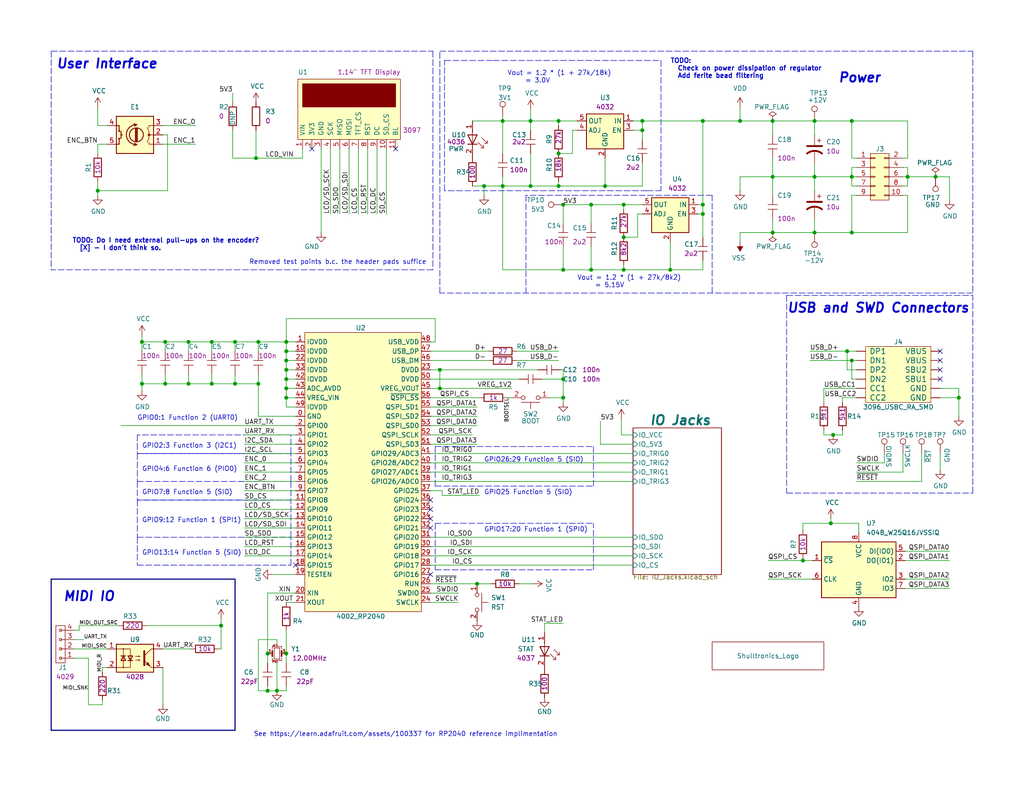
<source format=kicad_sch>
(kicad_sch (version 20211123) (generator eeschema)
  (paper "USLetter")
  (title_block (title "Binary CV Sequencer") (date "2022-03-11") (rev "0.1") (company "Shulltronics"))
  (junction (at 219.075 153.035))
  (junction (at 182.88 73.66))
  (junction (at 78.105 103.505))
  (junction (at 78.105 95.885))
  (junction (at 175.26 33.02))
  (junction (at 232.41 63.5))
  (junction (at 153.67 103.505))
  (junction (at 26.67 52.07))
  (junction (at 170.18 64.77))
  (junction (at 70.485 104.775))
  (junction (at 60.325 170.815))
  (junction (at 232.41 98.425))
  (junction (at 78.105 108.585))
  (junction (at 69.85 43.18))
  (junction (at 226.695 142.875))
  (junction (at 170.18 55.88))
  (junction (at 161.29 55.88))
  (junction (at 132.08 50.8))
  (junction (at 247.65 48.26))
  (junction (at 75.565 188.595))
  (junction (at 231.14 95.885))
  (junction (at 45.085 93.345))
  (junction (at 255.27 48.26))
  (junction (at 57.785 93.345))
  (junction (at 51.435 104.775))
  (junction (at 191.77 33.02))
  (junction (at 222.25 63.5))
  (junction (at 261.62 108.585))
  (junction (at 78.105 100.965))
  (junction (at 153.67 55.88))
  (junction (at 232.41 48.26))
  (junction (at 137.16 33.02))
  (junction (at 120.015 100.965))
  (junction (at 78.105 93.345))
  (junction (at 73.025 178.435))
  (junction (at 165.1 50.8))
  (junction (at 210.82 63.5))
  (junction (at 175.26 35.56))
  (junction (at 38.735 93.345))
  (junction (at 222.25 33.02))
  (junction (at 152.4 50.8))
  (junction (at 144.78 33.02))
  (junction (at 64.135 104.775))
  (junction (at 137.16 50.8))
  (junction (at 222.25 48.26))
  (junction (at 152.4 41.91))
  (junction (at 153.67 73.66))
  (junction (at 45.085 104.775))
  (junction (at 153.67 108.585))
  (junction (at 78.105 178.435))
  (junction (at 130.175 159.385))
  (junction (at 57.785 104.775))
  (junction (at 70.485 93.345))
  (junction (at 210.82 33.02))
  (junction (at 161.29 73.66))
  (junction (at 191.77 55.88))
  (junction (at 51.435 93.345))
  (junction (at 191.77 58.42))
  (junction (at 73.025 188.595))
  (junction (at 120.015 106.045))
  (junction (at 210.82 48.26))
  (junction (at 78.105 98.425))
  (junction (at 78.105 106.045))
  (junction (at 232.41 33.02))
  (junction (at 201.93 33.02))
  (junction (at 64.135 93.345))
  (junction (at 227.33 118.745))
  (junction (at 144.78 50.8))
  (junction (at 170.18 73.66))
  (junction (at 152.4 33.02))
  (junction (at 38.735 104.775))
  (no_connect (at 107.95 40.64))
  (no_connect (at 117.475 144.145))
  (no_connect (at 117.475 156.845))
  (no_connect (at 85.09 40.64))
  (no_connect (at 256.54 95.885))
  (no_connect (at 256.54 98.425))
  (no_connect (at 80.645 154.305))
  (no_connect (at 117.475 136.525))
  (no_connect (at 117.475 139.065))
  (no_connect (at 117.475 141.605))
  (no_connect (at 256.54 100.965))
  (no_connect (at 256.54 103.505))
  (wire (pts (xy 70.485 93.345) (xy 70.485 95.885)))
  (wire (pts (xy 153.67 103.505) (xy 153.67 108.585)))
  (polyline (pts (xy 79.375 131.445) (xy 79.375 123.825)))
  (wire (pts (xy 130.81 135.255) (xy 120.65 135.255)))
  (wire (pts (xy 128.905 50.8) (xy 132.08 50.8)))
  (wire (pts (xy 63.5 25.4) (xy 63.5 27.94)))
  (wire (pts (xy 117.475 113.665) (xy 130.175 113.665)))
  (wire (pts (xy 57.785 93.345) (xy 51.435 93.345)))
  (wire (pts (xy 51.435 93.345) (xy 51.435 95.885)))
  (polyline (pts (xy 176.53 52.07) (xy 180.34 52.07)))
  (wire (pts (xy 229.87 118.745) (xy 229.87 117.475)))
  (wire (pts (xy 175.26 33.02) (xy 191.77 33.02)))
  (wire (pts (xy 140.97 95.885) (xy 152.4 95.885)))
  (wire (pts (xy 233.68 53.34) (xy 232.41 53.34)))
  (wire (pts (xy 57.785 104.775) (xy 57.785 102.235)))
  (wire (pts (xy 144.78 50.8) (xy 152.4 50.8)))
  (polyline (pts (xy 194.31 80.01) (xy 194.31 53.34)))
  (wire (pts (xy 117.475 116.205) (xy 130.175 116.205)))
  (wire (pts (xy 44.45 34.29) (xy 53.34 34.29)))
  (wire (pts (xy 247.65 33.02) (xy 247.65 43.18)))
  (wire (pts (xy 20.32 174.625) (xy 22.86 174.625)))
  (wire (pts (xy 117.475 164.465) (xy 125.095 164.465)))
  (wire (pts (xy 144.78 29.845) (xy 144.78 33.02)))
  (polyline (pts (xy 283.21 22.86) (xy 375.92 22.86)))
  (wire (pts (xy 220.98 98.425) (xy 232.41 98.425)))
  (wire (pts (xy 201.93 48.26) (xy 210.82 48.26)))
  (wire (pts (xy 219.075 144.78) (xy 219.075 142.875)))
  (wire (pts (xy 147.955 103.505) (xy 153.67 103.505)))
  (wire (pts (xy 256.54 108.585) (xy 261.62 108.585)))
  (wire (pts (xy 173.99 58.42) (xy 175.26 58.42)))
  (wire (pts (xy 161.29 67.31) (xy 161.29 73.66)))
  (wire (pts (xy 232.41 50.8) (xy 233.68 50.8)))
  (wire (pts (xy 38.735 91.44) (xy 38.735 93.345)))
  (wire (pts (xy 60.325 168.91) (xy 60.325 170.815)))
  (wire (pts (xy 232.41 53.34) (xy 232.41 63.5)))
  (wire (pts (xy 78.105 111.125) (xy 78.105 108.585)))
  (wire (pts (xy 66.675 139.065) (xy 80.645 139.065)))
  (wire (pts (xy 232.41 48.26) (xy 232.41 50.8)))
  (wire (pts (xy 232.41 98.425) (xy 232.41 103.505)))
  (wire (pts (xy 64.135 93.345) (xy 57.785 93.345)))
  (wire (pts (xy 210.82 33.02) (xy 222.25 33.02)))
  (wire (pts (xy 80.645 113.665) (xy 70.485 113.665)))
  (wire (pts (xy 220.98 95.885) (xy 231.14 95.885)))
  (polyline (pts (xy 79.375 123.825) (xy 79.375 118.745)))
  (wire (pts (xy 175.26 35.56) (xy 175.26 33.02)))
  (wire (pts (xy 117.475 123.825) (xy 172.72 123.825)))
  (polyline (pts (xy 214.63 80.645) (xy 214.63 134.62)))
  (polyline (pts (xy 265.43 80.01) (xy 120.015 80.01)))
  (wire (pts (xy 63.5 43.18) (xy 69.85 43.18)))
  (wire (pts (xy 233.68 106.045) (xy 224.79 106.045)))
  (wire (pts (xy 170.18 64.77) (xy 173.99 64.77)))
  (wire (pts (xy 70.485 93.345) (xy 78.105 93.345)))
  (wire (pts (xy 219.075 153.035) (xy 219.075 152.4)))
  (wire (pts (xy 45.72 36.83) (xy 45.72 52.07)))
  (wire (pts (xy 144.78 33.02) (xy 152.4 33.02)))
  (wire (pts (xy 117.475 161.925) (xy 125.095 161.925)))
  (wire (pts (xy 224.79 117.475) (xy 224.79 118.745)))
  (wire (pts (xy 144.78 33.02) (xy 144.78 35.56)))
  (wire (pts (xy 247.65 48.26) (xy 247.65 50.8)))
  (wire (pts (xy 40.005 170.815) (xy 60.325 170.815)))
  (wire (pts (xy 149.86 108.585) (xy 153.67 108.585)))
  (wire (pts (xy 222.25 63.5) (xy 210.82 63.5)))
  (wire (pts (xy 191.77 73.66) (xy 191.77 71.12)))
  (wire (pts (xy 78.105 178.435) (xy 78.105 180.975)))
  (wire (pts (xy 27.94 192.405) (xy 27.94 191.135)))
  (wire (pts (xy 152.4 41.91) (xy 156.21 41.91)))
  (polyline (pts (xy 118.745 132.715) (xy 118.745 121.92)))
  (wire (pts (xy 78.105 98.425) (xy 78.105 100.965)))
  (wire (pts (xy 66.675 136.525) (xy 80.645 136.525)))
  (wire (pts (xy 191.77 58.42) (xy 191.77 55.88)))
  (wire (pts (xy 78.105 93.345) (xy 78.105 86.995)))
  (wire (pts (xy 156.21 41.91) (xy 156.21 35.56)))
  (polyline (pts (xy 73.025 136.525) (xy 37.465 136.525)))
  (wire (pts (xy 45.085 93.345) (xy 45.085 95.885)))
  (wire (pts (xy 87.63 40.64) (xy 87.63 63.5)))
  (wire (pts (xy 66.675 151.765) (xy 80.645 151.765)))
  (wire (pts (xy 69.85 43.18) (xy 82.55 43.18)))
  (wire (pts (xy 190.5 55.88) (xy 191.77 55.88)))
  (wire (pts (xy 64.135 104.775) (xy 70.485 104.775)))
  (polyline (pts (xy 118.745 155.575) (xy 161.925 155.575)))
  (wire (pts (xy 100.33 40.64) (xy 100.33 58.42)))
  (wire (pts (xy 231.14 100.965) (xy 231.14 95.885)))
  (wire (pts (xy 152.4 50.8) (xy 165.1 50.8)))
  (wire (pts (xy 170.18 57.15) (xy 170.18 55.88)))
  (wire (pts (xy 152.4 49.53) (xy 152.4 50.8)))
  (wire (pts (xy 153.67 108.585) (xy 153.67 109.855)))
  (wire (pts (xy 233.68 128.905) (xy 246.38 128.905)))
  (wire (pts (xy 117.475 108.585) (xy 130.81 108.585)))
  (wire (pts (xy 44.45 177.165) (xy 52.07 177.165)))
  (wire (pts (xy 226.695 141.605) (xy 226.695 142.875)))
  (wire (pts (xy 224.79 118.745) (xy 227.33 118.745)))
  (wire (pts (xy 247.65 50.8) (xy 246.38 50.8)))
  (wire (pts (xy 70.485 174.625) (xy 70.485 188.595)))
  (wire (pts (xy 66.675 149.225) (xy 80.645 149.225)))
  (wire (pts (xy 78.105 95.885) (xy 78.105 98.425)))
  (polyline (pts (xy 120.015 80.01) (xy 120.015 13.97)))
  (wire (pts (xy 233.68 103.505) (xy 232.41 103.505)))
  (wire (pts (xy 117.475 159.385) (xy 130.175 159.385)))
  (polyline (pts (xy 118.745 121.92) (xy 161.925 121.92)))
  (wire (pts (xy 173.99 64.77) (xy 173.99 58.42)))
  (wire (pts (xy 117.475 126.365) (xy 172.72 126.365)))
  (polyline (pts (xy 79.375 136.525) (xy 37.465 136.525)))
  (wire (pts (xy 66.675 123.825) (xy 80.645 123.825)))
  (wire (pts (xy 75.565 180.975) (xy 75.565 188.595)))
  (wire (pts (xy 75.565 188.595) (xy 78.105 188.595)))
  (wire (pts (xy 63.5 35.56) (xy 63.5 43.18)))
  (wire (pts (xy 140.97 98.425) (xy 152.4 98.425)))
  (wire (pts (xy 247.015 160.655) (xy 259.08 160.655)))
  (wire (pts (xy 44.45 36.83) (xy 45.72 36.83)))
  (wire (pts (xy 246.38 45.72) (xy 247.65 45.72)))
  (wire (pts (xy 247.65 53.34) (xy 246.38 53.34)))
  (wire (pts (xy 64.135 95.885) (xy 64.135 93.345)))
  (wire (pts (xy 251.46 131.445) (xy 251.46 123.825)))
  (wire (pts (xy 161.29 55.88) (xy 161.29 60.96)))
  (wire (pts (xy 95.25 40.64) (xy 95.25 58.42)))
  (polyline (pts (xy 143.51 53.34) (xy 143.51 80.01)))
  (wire (pts (xy 117.475 103.505) (xy 141.605 103.505)))
  (wire (pts (xy 26.67 39.37) (xy 29.21 39.37)))
  (wire (pts (xy 247.015 150.495) (xy 259.08 150.495)))
  (wire (pts (xy 78.105 106.045) (xy 80.645 106.045)))
  (wire (pts (xy 120.65 135.255) (xy 120.65 133.985)))
  (wire (pts (xy 57.785 93.345) (xy 57.785 95.885)))
  (wire (pts (xy 120.015 100.965) (xy 120.015 106.045)))
  (wire (pts (xy 120.015 106.045) (xy 139.7 106.045)))
  (wire (pts (xy 232.41 98.425) (xy 233.68 98.425)))
  (wire (pts (xy 27.94 182.245) (xy 27.94 183.515)))
  (polyline (pts (xy 79.375 118.745) (xy 37.465 118.745)))
  (wire (pts (xy 78.105 98.425) (xy 80.645 98.425)))
  (wire (pts (xy 165.1 43.18) (xy 165.1 50.8)))
  (wire (pts (xy 117.475 95.885) (xy 133.35 95.885)))
  (wire (pts (xy 118.745 93.345) (xy 117.475 93.345)))
  (wire (pts (xy 117.475 118.745) (xy 128.905 118.745)))
  (wire (pts (xy 222.25 63.5) (xy 232.41 63.5)))
  (wire (pts (xy 261.62 108.585) (xy 261.62 113.665)))
  (wire (pts (xy 190.5 58.42) (xy 191.77 58.42)))
  (wire (pts (xy 201.93 29.21) (xy 201.93 33.02)))
  (wire (pts (xy 44.45 192.405) (xy 44.45 182.245)))
  (polyline (pts (xy 161.925 155.575) (xy 161.925 142.875)))
  (wire (pts (xy 233.68 43.18) (xy 232.41 43.18)))
  (wire (pts (xy 90.17 40.64) (xy 90.17 58.42)))
  (wire (pts (xy 153.67 170.18) (xy 148.59 170.18)))
  (wire (pts (xy 120.015 100.965) (xy 146.685 100.965)))
  (polyline (pts (xy 375.92 172.72) (xy 283.21 172.72)))
  (polyline (pts (xy 120.015 13.97) (xy 265.43 13.97)))
  (wire (pts (xy 51.435 104.775) (xy 57.785 104.775)))
  (wire (pts (xy 161.29 73.66) (xy 170.18 73.66)))
  (wire (pts (xy 169.545 118.745) (xy 169.545 114.3)))
  (polyline (pts (xy 37.465 131.445) (xy 79.375 131.445)))
  (wire (pts (xy 232.41 48.26) (xy 222.25 48.26)))
  (wire (pts (xy 210.82 48.26) (xy 210.82 53.34)))
  (polyline (pts (xy 121.285 16.51) (xy 134.62 16.51)))
  (wire (pts (xy 45.085 104.775) (xy 45.085 102.235)))
  (wire (pts (xy 21.59 172.085) (xy 21.59 170.815)))
  (wire (pts (xy 259.08 48.26) (xy 255.27 48.26)))
  (bus (pts (xy 64.135 158.115) (xy 64.135 199.39)))
  (wire (pts (xy 182.88 66.04) (xy 182.88 73.66)))
  (wire (pts (xy 78.105 100.965) (xy 78.105 103.505)))
  (wire (pts (xy 117.475 98.425) (xy 133.35 98.425)))
  (wire (pts (xy 57.785 104.775) (xy 64.135 104.775)))
  (wire (pts (xy 161.29 55.88) (xy 170.18 55.88)))
  (wire (pts (xy 172.72 33.02) (xy 175.26 33.02)))
  (polyline (pts (xy 265.43 13.97) (xy 265.43 80.01)))
  (wire (pts (xy 78.105 86.995) (xy 118.745 86.995)))
  (wire (pts (xy 137.16 50.8) (xy 137.16 73.66)))
  (wire (pts (xy 153.67 67.31) (xy 153.67 73.66)))
  (wire (pts (xy 137.16 31.75) (xy 137.16 33.02)))
  (wire (pts (xy 66.675 146.685) (xy 80.645 146.685)))
  (polyline (pts (xy 283.21 22.86) (xy 283.21 172.72)))
  (wire (pts (xy 117.475 146.685) (xy 172.72 146.685)))
  (polyline (pts (xy 176.53 52.07) (xy 121.285 52.07)))
  (wire (pts (xy 75.565 174.625) (xy 70.485 174.625)))
  (wire (pts (xy 210.82 59.69) (xy 210.82 63.5)))
  (wire (pts (xy 38.735 104.775) (xy 38.735 102.235)))
  (wire (pts (xy 247.65 45.72) (xy 247.65 48.26)))
  (wire (pts (xy 201.93 63.5) (xy 201.93 66.04)))
  (bus (pts (xy 13.97 158.115) (xy 13.97 199.39)))
  (wire (pts (xy 209.55 153.035) (xy 219.075 153.035)))
  (wire (pts (xy 175.26 35.56) (xy 175.26 38.1)))
  (wire (pts (xy 256.54 106.045) (xy 261.62 106.045)))
  (wire (pts (xy 117.475 100.965) (xy 120.015 100.965)))
  (wire (pts (xy 73.025 161.925) (xy 80.645 161.925)))
  (bus (pts (xy 13.97 158.115) (xy 64.135 158.115)))
  (wire (pts (xy 152.4 33.02) (xy 157.48 33.02)))
  (wire (pts (xy 163.83 114.935) (xy 163.83 121.285)))
  (wire (pts (xy 26.67 34.29) (xy 29.21 34.29)))
  (wire (pts (xy 191.77 33.02) (xy 191.77 55.88)))
  (polyline (pts (xy 79.375 131.445) (xy 79.375 136.525)))
  (wire (pts (xy 128.905 33.02) (xy 137.16 33.02)))
  (wire (pts (xy 66.675 133.985) (xy 80.645 133.985)))
  (wire (pts (xy 51.435 104.775) (xy 51.435 102.235)))
  (wire (pts (xy 226.695 142.875) (xy 234.315 142.875)))
  (wire (pts (xy 191.77 58.42) (xy 191.77 64.77)))
  (wire (pts (xy 78.105 100.965) (xy 80.645 100.965)))
  (wire (pts (xy 222.25 33.02) (xy 222.25 36.83)))
  (polyline (pts (xy 13.97 13.97) (xy 118.11 13.97)))
  (wire (pts (xy 78.105 95.885) (xy 80.645 95.885)))
  (wire (pts (xy 38.735 93.345) (xy 38.735 95.885)))
  (wire (pts (xy 38.735 104.775) (xy 38.735 106.68)))
  (wire (pts (xy 246.38 48.26) (xy 247.65 48.26)))
  (wire (pts (xy 78.105 103.505) (xy 78.105 106.045)))
  (wire (pts (xy 130.175 159.385) (xy 133.985 159.385)))
  (wire (pts (xy 201.93 52.07) (xy 201.93 48.26)))
  (wire (pts (xy 201.93 63.5) (xy 210.82 63.5)))
  (wire (pts (xy 74.295 156.845) (xy 80.645 156.845)))
  (wire (pts (xy 20.32 172.085) (xy 21.59 172.085)))
  (wire (pts (xy 38.735 104.775) (xy 45.085 104.775)))
  (wire (pts (xy 24.13 179.705) (xy 24.13 192.405)))
  (wire (pts (xy 231.14 95.885) (xy 233.68 95.885)))
  (wire (pts (xy 233.68 131.445) (xy 251.46 131.445)))
  (polyline (pts (xy 265.43 134.62) (xy 265.43 80.645)))
  (wire (pts (xy 210.82 43.18) (xy 210.82 48.26)))
  (wire (pts (xy 26.67 52.07) (xy 26.67 53.34)))
  (wire (pts (xy 64.135 104.775) (xy 64.135 102.235)))
  (wire (pts (xy 246.38 128.905) (xy 246.38 123.825)))
  (wire (pts (xy 233.68 100.965) (xy 231.14 100.965)))
  (wire (pts (xy 117.475 106.045) (xy 120.015 106.045)))
  (wire (pts (xy 117.475 154.305) (xy 172.72 154.305)))
  (wire (pts (xy 73.025 187.325) (xy 73.025 188.595)))
  (polyline (pts (xy 134.62 16.51) (xy 180.34 16.51)))
  (wire (pts (xy 209.55 158.115) (xy 221.615 158.115)))
  (wire (pts (xy 156.21 35.56) (xy 157.48 35.56)))
  (wire (pts (xy 44.45 39.37) (xy 53.34 39.37)))
  (wire (pts (xy 20.32 177.165) (xy 29.21 177.165)))
  (polyline (pts (xy 37.465 123.825) (xy 75.565 123.825)))
  (wire (pts (xy 170.18 73.66) (xy 170.18 72.39)))
  (wire (pts (xy 153.67 55.88) (xy 161.29 55.88)))
  (polyline (pts (xy 37.465 118.745) (xy 37.465 123.825)))
  (polyline (pts (xy 118.745 142.875) (xy 118.745 155.575)))
  (wire (pts (xy 137.16 50.8) (xy 144.78 50.8)))
  (polyline (pts (xy 37.465 131.445) (xy 37.465 136.525)))
  (wire (pts (xy 247.015 158.115) (xy 259.08 158.115)))
  (wire (pts (xy 172.72 35.56) (xy 175.26 35.56)))
  (wire (pts (xy 26.67 41.91) (xy 26.67 39.37)))
  (wire (pts (xy 117.475 111.125) (xy 130.175 111.125)))
  (wire (pts (xy 82.55 43.18) (xy 82.55 40.64)))
  (wire (pts (xy 227.33 118.745) (xy 229.87 118.745)))
  (wire (pts (xy 78.105 108.585) (xy 80.645 108.585)))
  (wire (pts (xy 92.71 40.64) (xy 92.71 58.42)))
  (polyline (pts (xy 180.34 16.51) (xy 180.34 52.07)))
  (polyline (pts (xy 161.925 121.92) (xy 161.925 132.715)))
  (polyline (pts (xy 214.63 134.62) (xy 265.43 134.62)))
  (wire (pts (xy 78.105 164.465) (xy 80.645 164.465)))
  (wire (pts (xy 247.65 63.5) (xy 247.65 53.34)))
  (wire (pts (xy 78.105 187.325) (xy 78.105 188.595)))
  (wire (pts (xy 105.41 40.64) (xy 105.41 58.42)))
  (wire (pts (xy 232.41 48.26) (xy 232.41 45.72)))
  (wire (pts (xy 45.085 104.775) (xy 51.435 104.775)))
  (wire (pts (xy 201.93 33.02) (xy 210.82 33.02)))
  (wire (pts (xy 138.43 108.585) (xy 139.7 108.585)))
  (wire (pts (xy 232.41 63.5) (xy 247.65 63.5)))
  (wire (pts (xy 69.85 35.56) (xy 69.85 43.18)))
  (wire (pts (xy 51.435 93.345) (xy 45.085 93.345)))
  (wire (pts (xy 78.105 93.345) (xy 80.645 93.345)))
  (wire (pts (xy 233.68 126.365) (xy 241.3 126.365)))
  (wire (pts (xy 137.16 33.02) (xy 137.16 41.91)))
  (wire (pts (xy 241.3 126.365) (xy 241.3 123.825)))
  (wire (pts (xy 78.105 93.345) (xy 78.105 95.885)))
  (wire (pts (xy 132.08 53.34) (xy 132.08 50.8)))
  (wire (pts (xy 232.41 43.18) (xy 232.41 33.02)))
  (wire (pts (xy 229.87 108.585) (xy 229.87 109.855)))
  (wire (pts (xy 60.325 177.165) (xy 59.69 177.165)))
  (wire (pts (xy 232.41 48.26) (xy 233.68 48.26)))
  (wire (pts (xy 148.59 170.18) (xy 148.59 172.72)))
  (polyline (pts (xy 13.97 13.97) (xy 13.97 73.66)))
  (wire (pts (xy 73.025 178.435) (xy 73.025 180.975)))
  (wire (pts (xy 222.25 48.26) (xy 222.25 52.07)))
  (polyline (pts (xy 118.745 142.875) (xy 161.925 142.875)))
  (polyline (pts (xy 118.11 73.66) (xy 13.97 73.66)))
  (wire (pts (xy 152.4 33.02) (xy 152.4 34.29)))
  (polyline (pts (xy 37.465 136.525) (xy 37.465 146.685)))
  (wire (pts (xy 144.78 41.91) (xy 144.78 50.8)))
  (wire (pts (xy 182.88 73.66) (xy 191.77 73.66)))
  (wire (pts (xy 45.72 52.07) (xy 26.67 52.07)))
  (polyline (pts (xy 79.375 146.685) (xy 79.375 136.525)))
  (wire (pts (xy 247.65 43.18) (xy 246.38 43.18)))
  (wire (pts (xy 80.645 111.125) (xy 78.105 111.125)))
  (wire (pts (xy 247.015 153.035) (xy 259.08 153.035)))
  (polyline (pts (xy 79.375 123.825) (xy 37.465 123.825)))
  (polyline (pts (xy 118.745 132.715) (xy 161.925 132.715)))
  (wire (pts (xy 78.105 172.085) (xy 78.105 178.435)))
  (wire (pts (xy 73.025 188.595) (xy 75.565 188.595)))
  (wire (pts (xy 256.54 123.825) (xy 256.54 128.27)))
  (wire (pts (xy 64.135 93.345) (xy 70.485 93.345)))
  (wire (pts (xy 232.41 33.02) (xy 222.25 33.02)))
  (polyline (pts (xy 37.465 154.305) (xy 79.375 154.305)))
  (wire (pts (xy 222.25 48.26) (xy 210.82 48.26)))
  (wire (pts (xy 117.475 131.445) (xy 172.72 131.445)))
  (wire (pts (xy 70.485 104.775) (xy 70.485 102.235)))
  (polyline (pts (xy 118.11 13.97) (xy 118.11 73.66)))
  (wire (pts (xy 224.79 106.045) (xy 224.79 109.855)))
  (wire (pts (xy 33.02 116.205) (xy 80.645 116.205)))
  (wire (pts (xy 222.25 59.69) (xy 222.25 63.5)))
  (wire (pts (xy 153.035 100.965) (xy 153.67 100.965)))
  (wire (pts (xy 210.82 33.02) (xy 210.82 36.83)))
  (wire (pts (xy 255.27 48.26) (xy 247.65 48.26)))
  (wire (pts (xy 118.745 86.995) (xy 118.745 93.345)))
  (wire (pts (xy 175.26 50.8) (xy 165.1 50.8)))
  (wire (pts (xy 153.67 73.66) (xy 161.29 73.66)))
  (wire (pts (xy 60.325 170.815) (xy 60.325 177.165)))
  (wire (pts (xy 182.88 73.66) (xy 170.18 73.66)))
  (wire (pts (xy 78.105 103.505) (xy 80.645 103.505)))
  (wire (pts (xy 26.67 52.07) (xy 26.67 49.53)))
  (wire (pts (xy 222.25 44.45) (xy 222.25 48.26)))
  (wire (pts (xy 191.77 33.02) (xy 201.93 33.02)))
  (wire (pts (xy 66.675 144.145) (xy 80.645 144.145)))
  (wire (pts (xy 172.72 118.745) (xy 169.545 118.745)))
  (wire (pts (xy 137.16 73.66) (xy 153.67 73.66)))
  (polyline (pts (xy 37.465 123.825) (xy 37.465 131.445)))
  (wire (pts (xy 163.83 121.285) (xy 172.72 121.285)))
  (wire (pts (xy 137.16 48.26) (xy 137.16 50.8)))
  (wire (pts (xy 70.485 188.595) (xy 73.025 188.595)))
  (polyline (pts (xy 121.285 52.07) (xy 121.285 16.51)))
  (wire (pts (xy 170.18 55.88) (xy 175.26 55.88)))
  (wire (pts (xy 234.315 142.875) (xy 234.315 145.415)))
  (wire (pts (xy 117.475 128.905) (xy 172.72 128.905)))
  (wire (pts (xy 141.605 159.385) (xy 145.415 159.385)))
  (wire (pts (xy 261.62 106.045) (xy 261.62 108.585)))
  (wire (pts (xy 153.67 55.88) (xy 153.67 60.96)))
  (wire (pts (xy 175.26 44.45) (xy 175.26 50.8)))
  (wire (pts (xy 117.475 121.285) (xy 130.175 121.285)))
  (wire (pts (xy 66.675 121.285) (xy 80.645 121.285)))
  (wire (pts (xy 153.67 100.965) (xy 153.67 103.505)))
  (wire (pts (xy 26.67 29.21) (xy 26.67 34.29)))
  (polyline (pts (xy 37.465 146.685) (xy 37.465 154.305)))
  (wire (pts (xy 21.59 170.815) (xy 32.385 170.815)))
  (bus (pts (xy 13.97 199.39) (xy 64.135 199.39)))
  (wire (pts (xy 66.675 126.365) (xy 80.645 126.365)))
  (polyline (pts (xy 37.465 146.685) (xy 79.375 146.685)))
  (polyline (pts (xy 79.375 154.305) (xy 79.375 146.685)))
  (wire (pts (xy 117.475 149.225) (xy 172.72 149.225)))
  (wire (pts (xy 232.41 33.02) (xy 247.65 33.02)))
  (wire (pts (xy 97.79 40.64) (xy 97.79 58.42)))
  (wire (pts (xy 137.16 33.02) (xy 144.78 33.02)))
  (polyline (pts (xy 375.92 22.86) (xy 375.92 172.72)))
  (wire (pts (xy 232.41 45.72) (xy 233.68 45.72)))
  (wire (pts (xy 120.65 133.985) (xy 117.475 133.985)))
  (wire (pts (xy 78.105 106.045) (xy 78.105 108.585)))
  (wire (pts (xy 132.08 50.8) (xy 137.16 50.8)))
  (wire (pts (xy 117.475 151.765) (xy 172.72 151.765)))
  (wire (pts (xy 66.675 131.445) (xy 80.645 131.445)))
  (wire (pts (xy 219.075 142.875) (xy 226.695 142.875)))
  (wire (pts (xy 24.13 192.405) (xy 27.94 192.405)))
  (wire (pts (xy 66.675 128.905) (xy 80.645 128.905)))
  (wire (pts (xy 66.675 141.605) (xy 80.645 141.605)))
  (polyline (pts (xy 194.31 53.34) (xy 143.51 53.34)))
  (wire (pts (xy 229.87 108.585) (xy 233.68 108.585)))
  (wire (pts (xy 29.21 182.245) (xy 27.94 182.245)))
  (wire (pts (xy 73.025 161.925) (xy 73.025 178.435)))
  (wire (pts (xy 66.675 118.745) (xy 80.645 118.745)))
  (wire (pts (xy 45.085 93.345) (xy 38.735 93.345)))
  (wire (pts (xy 102.87 40.64) (xy 102.87 58.42)))
  (wire (pts (xy 70.485 113.665) (xy 70.485 104.775)))
  (wire (pts (xy 75.565 175.895) (xy 75.565 174.625)))
  (wire (pts (xy 221.615 153.035) (xy 219.075 153.035)))
  (wire (pts (xy 20.32 179.705) (xy 24.13 179.705)))
  (wire (pts (xy 259.08 54.61) (xy 259.08 48.26)))
  (polyline (pts (xy 214.63 80.645) (xy 265.43 80.645)))
  (text "GPIO25 Function 5 (SIO)" (at 132.08 135.255 0) (effects (font (size 1.27 1.27)) (justify left bottom)))
  (text "Vout = 1.2 * (1 + 27k/8k2)\n     = 5.15V" (at 157.48 78.74 0) (effects (font (size 1.27 1.27)) (justify left bottom)))
  (text "GPIO2:3 Function 3 (I2C1)" (at 38.735 122.555 0) (effects (font (size 1.27 1.27)) (justify left bottom)))
  (text "GPIO17:20 Function 1 (SPI0)" (at 132.08 145.415 0) (effects (font (size 1.27 1.27)) (justify left bottom)))
  (text "Removed test points b.c. the header pads suffice" (at 67.945 72.39 0) (effects (font (size 1.27 1.27)) (justify left bottom)))
  (text "See https://learn.adafruit.com/assets/100337 for RP2040 reference implimentation" (at 69.215 201.295 0) (effects (font (size 1.27 1.27)) (justify left bottom)))
  (text "Vout = 1.2 * (1 + 27k/18k)\n     = 3.0V" (at 138.43 22.86 0) (effects (font (size 1.27 1.27)) (justify left bottom)))
  (text "GPIO7:8 Function 5 (SIO)" (at 38.735 135.255 0) (effects (font (size 1.27 1.27)) (justify left bottom)))
  (text "USB and SWD Connectors" (at 214.63 85.725 0) (effects (font (size 2.54 2.54) (thickness 0.508) bold italic) (justify left bottom)))
  (text "( ) - Test microcontroller circuitry\n    (x) - uC powers on and executes code! :)\n    ( ) - Add external Flash chip!\n    (X(on schem)) - Add second set of USB signal so connector can be flipped!\n\n( ) - Test all peripherals and analog circuitry\n\n( ) - Create BOM Script that auto updates stock from distributors" (at 287.02 50.8 0) (effects (font (size 1.27 1.27)) (justify left bottom)))
  (text "GPIO9:12 Function 1 (SPI1)" (at 38.735 142.875 0) (effects (font (size 1.27 1.27)) (justify left bottom)))
  (text "TODO: Do I need external pull-ups on the encoder?\n  [X] - I don't think so." (at 19.685 68.58 0) (effects (font (size 1.27 1.27) (thickness 0.254) bold) (justify left bottom)))
  (text "Notes for revisions" (at 308.61 30.48 0) (effects (font (size 2.54 2.54) (thickness 0.508) bold italic) (justify left bottom)))
  (text "MIDI IO" (at 17.145 164.465 0) (effects (font (size 2.54 2.54) (thickness 0.508) bold italic) (justify left bottom)))
  (text "GPIO0:1 Function 2 (UART0)" (at 37.465 114.935 0) (effects (font (size 1.27 1.27)) (justify left bottom)))
  (text "GPIO26:29 Function 5 (SIO)" (at 132.08 126.365 0) (effects (font (size 1.27 1.27)) (justify left bottom)))
  (text "Power" (at 228.6 22.86 0) (effects (font (size 2.54 2.54) (thickness 0.508) bold italic) (justify left bottom)))
  (text "TODO:\n  Check on power dissipation of regulator\n  Add ferite bead filtering" (at 182.88 21.59 0) (effects (font (size 1.27 1.27) (thickness 0.254) bold) (justify left bottom)))
  (text "GPIO13:14 Function 5 (SIO)" (at 38.735 151.765 0) (effects (font (size 1.27 1.27)) (justify left bottom)))
  (text "GPIO4:6 Function 6 (PIO0)" (at 38.735 128.905 0) (effects (font (size 1.27 1.27)) (justify left bottom)))
  (text "User Interface" (at 15.24 19.05 0) (effects (font (size 2.54 2.54) (thickness 0.508) bold italic) (justify left bottom)))
  (label "QSPI_DATA0" (at 259.08 150.495 180))
  (label "IO_TRIG0" (at 128.905 123.825 180))
  (label "LCD{slash}SD_SCK" (at 66.675 141.605 0))
  (label "SD_CS" (at 66.675 136.525 0))
  (label "LCD{slash}SD_SDI" (at 95.25 58.42 90))
  (label "5V3" (at 163.83 114.935 0))
  (label "IO_SDO" (at 128.905 146.685 180))
  (label "LCD_RST" (at 100.33 58.42 90))
  (label "QSPI_DATA3" (at 130.175 121.285 180))
  (label "D-" (at 129.54 98.425 0))
  (label "LCD_RST" (at 66.675 149.225 0))
  (label "SWCLK" (at 125.095 164.465 180))
  (label "ENC_1" (at 66.675 128.905 0))
  (label "VREG_1V2" (at 139.7 106.045 180))
  (label "MIDI_SNK" (at 24.13 188.595 180) (effects (font (size 1 1))))
  (label "BOOTSEL" (at 139.065 108.585 270) (effects (font (size 1 1))))
  (label "IO_SCK" (at 128.905 151.765 180))
  (label "~{RESET}" (at 118.745 159.385 0))
  (label "ENC_0" (at 66.675 126.365 0))
  (label "UART_TX" (at 22.86 174.625 0) (effects (font (size 1 1))))
  (label "QSPI_CS" (at 209.55 153.035 0))
  (label "STAT_LED" (at 153.67 170.18 180))
  (label "SD_CS" (at 105.41 58.42 90))
  (label "I2C_SDA" (at 66.675 121.285 0))
  (label "MIDI_R" (at 27.94 183.515 90) (effects (font (size 1 1))))
  (label "D+" (at 129.54 95.885 0))
  (label "UART_RX" (at 66.675 118.745 0))
  (label "ENC_0" (at 53.34 34.29 180))
  (label "ENC_BTN" (at 26.67 39.37 180))
  (label "IO_TRIG2" (at 128.905 126.365 180))
  (label "SWDIO" (at 233.68 126.365 0))
  (label "IO_SDI" (at 128.905 149.225 180))
  (label "MIDI_OUT_SRC" (at 21.59 170.815 0) (effects (font (size 1 1))))
  (label "ENC_2" (at 66.675 131.445 0))
  (label "5V3" (at 153.67 55.88 0))
  (label "LCD{slash}SD_SCK" (at 90.17 58.42 90))
  (label "USB_CC2" (at 233.68 108.585 180))
  (label "QSPI_DATA1" (at 259.08 153.035 180))
  (label "QSPI_SCK" (at 128.905 118.745 180))
  (label "USB_D-" (at 220.98 98.425 0))
  (label "QSPI_DATA0" (at 130.175 116.205 180))
  (label "I2C_SCL" (at 66.675 123.825 0))
  (label "IO_TRIG1" (at 128.905 128.905 180))
  (label "QSPI_SCK" (at 209.55 158.115 0))
  (label "SWDIO" (at 125.095 161.925 180))
  (label "~{RESET}" (at 233.68 131.445 0))
  (label "IO_CS" (at 128.905 154.305 180))
  (label "USB_D+" (at 152.4 95.885 180))
  (label "USB_CC1" (at 224.79 106.045 0))
  (label "QSPI_DATA2" (at 130.175 113.665 180))
  (label "5V3" (at 63.5 25.4 180))
  (label "QSPI_DATA2" (at 259.08 158.115 180))
  (label "QSPI_DATA3" (at 259.08 160.655 180))
  (label "QSPI_CS" (at 120.015 108.585 0))
  (label "IO_TRIG3" (at 128.905 131.445 180))
  (label "XOUT" (at 80.01 164.465 180))
  (label "LCD_DC" (at 102.87 58.42 90))
  (label "LCD_CS" (at 97.79 58.42 90))
  (label "ENC_1" (at 53.34 39.37 180))
  (label "LCD_CS" (at 66.675 139.065 0))
  (label "XIN" (at 79.375 161.925 180))
  (label "SD_SDO" (at 92.71 58.42 90))
  (label "USB_D-" (at 152.4 98.425 180))
  (label "LCD_DC" (at 66.675 151.765 0))
  (label "SD_SDO" (at 66.675 146.685 0))
  (label "UART_TX" (at 66.675 116.205 0))
  (label "UART_RX" (at 44.45 177.165 0))
  (label "USB_D+" (at 220.98 95.885 0))
  (label "QSPI_DATA1" (at 130.175 111.125 180))
  (label "SWCLK" (at 233.68 128.905 0))
  (label "STAT_LED" (at 130.81 135.255 180))
  (label "LCD{slash}SD_SDI" (at 66.675 144.145 0))
  (label "ENC_BTN" (at 66.675 133.985 0))
  (label "MIDI_SRC" (at 22.225 177.165 0) (effects (font (size 1 1))))
  (label "LCD_VIN" (at 72.39 43.18 0))
  (symbol (lib_id "Shulltronics_Connectors:3086_Connector_Eurorack_Power") (at 240.03 48.26 0) (unit 1)
    (property "Reference" "J3" (at 241.3 40.64 0) (effects (justify right)))
    (property "Value" "3086_Connector_Eurorack_Power" (effects hide))
    (property "Footprint" "Shulltronics_Connectors:3086_SMD_Eurorack_Power" (effects hide))
    (property "SPN" "3086" (effects hide))
  )
  (symbol (lib_id "Shulltronics_Sch_Symbols:GND") (at 201.93 52.07 0) (unit 1)
    (property "Reference" "#PWR015" (effects hide))
    (property "Value" "GND" (at 202.057 56.4642 0))
  )
  (symbol (lib_id "Shulltronics_Sch_Symbols:VSS") (at 201.93 66.04 180) (unit 1)
    (property "Reference" "#PWR016" (effects hide))
    (property "Value" "VSS" (at 201.549 70.4342 0))
  )
  (symbol (lib_id "Shulltronics_Sch_Symbols:GND") (at 259.08 54.61 0) (unit 1)
    (property "Reference" "#PWR020" (effects hide))
    (property "Value" "GND" (at 259.207 59.0042 0))
  )
  (symbol (lib_id "Shulltronics_Sch_Symbols:VCC") (at 144.78 29.845 0) (unit 1)
    (property "Reference" "#PWR012" (effects hide))
    (property "Value" "VCC" (at 145.161 25.4508 0))
  )
  (symbol (lib_id "Shulltronics_ElectroMechanical:4012_PushButton_NO_SMD") (at 144.78 108.585 180) (unit 1)
    (property "Reference" "SW2" (at 144.78 113.03 0))
    (property "Value" "BOOT" (at 144.78 114.935 0))
    (property "Footprint" "Shulltronics_ElectroMechanical:4012_PushButton_NO_SMD" (effects hide))
    (property "Datasheet" "https://www.we-online.com/catalog/datasheet/434133025816.pdf" (effects hide))
    (property "SPN" "4012" (effects hide))
  )
  (symbol (lib_id "Shulltronics_Sch_Symbols:TestPoint") (at 251.46 123.825 0) (unit 1)
    (property "Reference" "TP18" (at 249.555 118.745 0) (effects (justify left)))
    (property "Value" "~{RST}" (at 253.365 126.365 90) (effects (justify left)))
    (property "Footprint" "Shulltronics_Generics:TestPoint_Pad_D2.0mm" (effects hide))
  )
  (symbol (lib_id "Shulltronics_Connectors:3096_USBC_RA_SMD") (at 245.11 102.235 0) (unit 1)
    (property "Reference" "J4" (at 245.11 93.345 0))
    (property "Value" "3096_USBC_RA_SMD" (at 245.11 111.125 0))
    (property "Footprint" "Shulltronics_Connectors:3096_USBC_RA" (effects hide))
    (property "Datasheet" "https://www.molex.com/pdm_docs/sd/2171790001_sd.pdf" (effects hide))
    (property "SPN" "3096" (effects hide))
  )
  (symbol (lib_id "Shulltronics_Passives:4016_Resistor_SMD_27k_0.125W_1%") (at 170.18 60.96 0) (unit 1)
    (property "Reference" "R11" (at 167.64 62.865 90) (effects (justify left)))
    (property "Value" "4016_Resistor_SMD_27k_0.125W_1%" (effects hide))
    (property "Footprint" "Shulltronics_Generics:RES-0402" (effects hide))
    (property "Datasheet" "https://www.te.com/commerce/DocumentDelivery/DDEController?Action=srchrtrv&DocNm=9-1773463-9&DocType=DS&DocLang=English" (effects hide))
    (property "SPN" "4016" (effects hide))
    (property "Val" "27k" (at 170.18 62.23 90) (effects (justify left)))
  )
  (symbol (lib_id "Shulltronics_Passives:4004-Crystal-12MHz_GND24") (at 75.565 178.435 0) (unit 1)
    (property "Reference" "Y1" (at 80.645 177.165 0))
    (property "Value" "4004-Crystal-12MHz_GND24" (effects hide))
    (property "Footprint" "Shulltronics_Passives:4004-Crystal-12MHz-4Pin_2.5x2.0mm" (effects hide))
    (property "Datasheet" "https://suntsu.com/wp-content/uploads/2019/07/SXT224-Series-1.pdf" (effects hide))
    (property "SPN" "4004" (effects hide))
    (property "Val" "12.00MHz" (at 84.455 179.705 0))
  )
  (symbol (lib_id "Shulltronics_Sch_Symbols:VCC") (at 60.325 168.91 0) (unit 1)
    (property "Reference" "#PWR0102" (effects hide))
    (property "Value" "VCC" (at 60.706 164.5158 0))
  )
  (symbol (lib_id "Shulltronics_ElectroMechanical:4025_Encoder_Switch_SMD") (at 36.83 36.83 180) (unit 1)
    (property "Reference" "E1" (at 36.83 29.21 0))
    (property "Value" "4025_Encoder_Switch_SMD" (effects hide))
    (property "Footprint" "Shulltronics_ElectroMechanical:4025_Encoder_PEC11S" (effects hide))
    (property "Datasheet" "https://www.bourns.com/docs/Product-Datasheets/PEC11S.pdf" (effects hide))
    (property "SPN" "4025" (effects hide))
  )
  (symbol (lib_id "Shulltronics_Passives:4031_Capacitor_10u_35V_SMD") (at 222.25 55.88 0) (unit 1)
    (property "Reference" "C21" (at 225.425 53.9749 0) (effects (justify left)))
    (property "Value" "4031_Capacitor_10u_35V_SMD" (effects hide))
    (property "Footprint" "Shulltronics_Passives:3088_Capacitor_10u_50V_SMD" (effects hide))
    (property "Datasheet" "https://content.kemet.com/datasheets/KEM_A4001_EDK.pdf" (effects hide))
    (property "SPN" "4031" (effects hide))
    (property "Val" "10u" (at 225.425 56.5149 0) (effects (justify left)))
  )
  (symbol (lib_id "Shulltronics_Passives:3089_Capacitor_100n_16V_0402") (at 210.82 39.37 90) (unit 1)
    (property "Reference" "C18" (at 212.09 38.1 90) (effects (justify right)))
    (property "Value" "3089_Capacitor_100n_16V_0402" (effects hide))
    (property "Footprint" "Shulltronics_Generics:C_0402_HandSolder" (effects hide))
    (property "Datasheet" "https://media.digikey.com/pdf/Data%20Sheets/Samsung%20PDFs/CL05A104KA5NNNC.pdf" (effects hide))
    (property "SPN" "3089" (effects hide))
    (property "Val" "100n" (at 212.09 43.18 90) (effects (justify right)))
  )
  (symbol (lib_id "Shulltronics_Sch_Symbols:PWR_FLAG") (at 255.27 48.26 0) (unit 1)
    (property "Reference" "#FLG03" (effects hide))
    (property "Value" "PWR_FLAG" (at 250.19 44.45 0) (effects (justify left)))
  )
  (symbol (lib_id "Shulltronics_Sch_Symbols:GND") (at 148.59 190.5 0) (unit 1)
    (property "Reference" "#PWR0103" (effects hide))
    (property "Value" "GND" (at 148.59 194.31 0))
  )
  (symbol (lib_id "Shulltronics_Passives:4008_Resistor_SMD_10k_0.125W_1%") (at 219.075 148.59 180) (unit 1)
    (property "Reference" "R?" (at 216.535 148.59 90))
    (property "Value" "4008_Resistor_SMD_10k_0.125W_1%" (effects hide))
    (property "Footprint" "Shulltronics_Generics:RES-0402" (effects hide))
    (property "Datasheet" "https://www.te.com/commerce/DocumentDelivery/DDEController?Action=srchrtrv&DocNm=9-1773463-9&DocType=DS&DocLang=English" (effects hide))
    (property "SPN" "4008" (effects hide))
    (property "Val" "10k" (at 219.075 148.59 90))
  )
  (symbol (lib_id "Shulltronics_Passives:4003_Capacitor_22pF_50V_0402") (at 73.025 183.515 90) (unit 1)
    (property "Reference" "C6" (at 69.215 183.515 90) (effects (justify left)))
    (property "Value" "4003_Capacitor_22pF_50V_0402" (effects hide))
    (property "Footprint" "Shulltronics_Generics:C_0402_HandSolder" (effects hide))
    (property "Datasheet" "https://search.murata.co.jp/Ceramy/image/img/A01X/G101/ENG/GCM1555G1H220JA16-01.pdf" (effects hide))
    (property "SPN" "4003" (effects hide))
    (property "Val" "22pF" (at 70.485 186.055 90) (effects (justify left)))
  )
  (symbol (lib_id "Shulltronics_ICs:4048_W25Q16JVSSIQ") (at 234.315 155.575 0) (unit 1)
    (property "Reference" "U?" (at 236.3344 142.875 0) (effects (justify left)))
    (property "Value" "4048_W25Q16JVSSIQ" (at 236.3344 145.415 0) (effects (justify left)))
    (property "Footprint" "Shulltronics_Integrated_Circuits:4048_16Mb_Flash_SOIC8" (effects hide))
    (property "Datasheet" "https://www.winbond.com/resource-files/w25q16jv%20spi%20revg%2003222018%20plus.pdf" (effects hide))
    (property "SPN" "4048" (effects hide))
  )
  (symbol (lib_id "Shulltronics_Passives:3089_Capacitor_100n_16V_0402") (at 210.82 55.88 90) (unit 1)
    (property "Reference" "C19" (at 212.09 53.34 90) (effects (justify right)))
    (property "Value" "3089_Capacitor_100n_16V_0402" (effects hide))
    (property "Footprint" "Shulltronics_Generics:C_0402_HandSolder" (effects hide))
    (property "Datasheet" "https://media.digikey.com/pdf/Data%20Sheets/Samsung%20PDFs/CL05A104KA5NNNC.pdf" (effects hide))
    (property "SPN" "3089" (effects hide))
    (property "Val" "100n" (at 212.09 59.69 90) (effects (justify right)))
  )
  (symbol (lib_id "Shulltronics_Sch_Symbols:TestPoint") (at 255.27 48.26 180) (unit 1)
    (property "Reference" "TP17" (at 256.54 53.975 0) (effects (justify left)))
    (property "Value" "GND" (at 256.54 55.88 0) (effects (justify left)))
    (property "Footprint" "Shulltronics_Generics:TestPoint_Pad_D2.0mm" (effects hide))
  )
  (symbol (lib_id "Shulltronics_Sch_Symbols:VCC") (at 38.735 91.44 0) (unit 1)
    (property "Reference" "#PWR01" (effects hide))
    (property "Value" "VCC" (at 39.116 87.0458 0))
  )
  (symbol (lib_id "Shulltronics_Sch_Symbols:VDD") (at 201.93 29.21 0) (unit 1)
    (property "Reference" "#PWR014" (effects hide))
    (property "Value" "VDD" (at 201.93 24.13 0))
  )
  (symbol (lib_id "Shulltronics_Passives:4009_Resistor_SMD_5k1_0.10W_1%") (at 224.79 113.665 0) (unit 1)
    (property "Reference" "R13" (at 220.98 113.665 0) (effects (justify left)))
    (property "Value" "4009_Resistor_SMD_5k1_0.10W_1%" (effects hide))
    (property "Footprint" "Shulltronics_Generics:RES-0402" (effects hide))
    (property "Datasheet" "https://industrial.panasonic.com/cdbs/www-data/pdf/RDA0000/AOA0000C304.pdf" (effects hide))
    (property "SPN" "4009" (effects hide))
    (property "Val" "5k1" (at 224.79 114.935 90) (effects (justify left)))
  )
  (symbol (lib_id "Shulltronics_Sch_Symbols:TestPoint") (at 222.25 33.02 0) (unit 1)
    (property "Reference" "TP13" (at 220.98 25.4 0) (effects (justify left)))
    (property "Value" "+12V" (at 220.345 27.305 0) (effects (justify left)))
    (property "Footprint" "Shulltronics_Generics:TestPoint_Pad_D2.0mm" (effects hide))
  )
  (symbol (lib_id "Shulltronics_Sch_Symbols:GND") (at 153.67 109.855 0) (unit 1)
    (property "Reference" "#PWR011" (effects hide))
    (property "Value" "GND" (at 153.797 114.2492 0))
  )
  (symbol (lib_id "Shulltronics_Sch_Symbols:GND") (at 74.295 156.845 270) (unit 1)
    (property "Reference" "#PWR07" (effects hide))
    (property "Value" "GND" (at 70.485 156.845 0))
  )
  (symbol (lib_id "Shulltronics_Regulators:4032_Adjustable_Reg_200mA_SOT-23-5") (at 182.88 58.42 0) (mirror y) (unit 1)
    (property "Reference" "U4" (at 184.785 48.895 0))
    (property "Value" "4032_Adjustable_Reg_200mA_SOT-23-5" (effects hide))
    (property "Footprint" "Shulltronics_Generics:SOT-23-5" (effects hide))
    (property "Datasheet" "https://www.analog.com/media/en/technical-documentation/data-sheets/ADP7118.pdf" (effects hide))
    (property "SPN" "4032" (at 184.785 51.435 0))
  )
  (symbol (lib_id "Shulltronics_Passives:4021_Resistor_SMD_Jumper") (at 69.85 31.75 0) (unit 1)
    (property "Reference" "R3" (at 72.39 30.4799 0) (effects (justify left)))
    (property "Value" "4021_Resistor_SMD_Jumper" (effects hide))
    (property "Footprint" "Shulltronics_Generics:RES-0402" (effects hide))
    (property "Datasheet" "https://www.te.com/commerce/DocumentDelivery/DDEController?Action=srchrtrv&DocNm=9-1773463-9&DocType=DS&DocLang=English" (effects hide))
    (property "SPN" "4021" (effects hide))
    (property "Val" "0" (at 72.39 33.0199 0) (effects (justify left)))
  )
  (symbol (lib_id "Shulltronics_Passives:4035_Capacitor_2u2_25V_0402") (at 161.29 63.5 90) (unit 1)
    (property "Reference" "C15" (at 156.21 62.23 90) (effects (justify right)))
    (property "Value" "4035_Capacitor_2u2_25V_0402" (effects hide))
    (property "Footprint" "Shulltronics_Generics:C_0402_HandSolder" (effects hide))
    (property "Datasheet" "https://media.digikey.com/pdf/Data%20Sheets/Samsung%20PDFs/CL_Series_MLCC_ds.pdf" (effects hide))
    (property "SPN" "4035" (effects hide))
    (property "Val" "2u2" (at 156.21 66.04 90) (effects (justify right)))
  )
  (symbol (lib_id "Shulltronics_Sch_Symbols:GND") (at 234.315 165.735 0) (unit 1)
    (property "Reference" "#PWR?" (effects hide))
    (property "Value" "GND" (at 234.442 170.1292 0))
  )
  (symbol (lib_id "Shulltronics_Passives:3089_Capacitor_100n_16V_0402") (at 70.485 98.425 90) (unit 1)
    (property "Reference" "C9" (at 70.485 94.615 90) (effects (justify right)))
    (property "Value" "3089_Capacitor_100n_16V_0402" (effects hide))
    (property "Footprint" "Shulltronics_Generics:C_0402_HandSolder" (effects hide))
    (property "Datasheet" "https://media.digikey.com/pdf/Data%20Sheets/Samsung%20PDFs/CL05A104KA5NNNC.pdf" (effects hide))
    (property "SPN" "3089" (effects hide))
    (property "Val" "100n" (at 70.485 97.155 90) (effects (justify right)))
  )
  (symbol (lib_id "Shulltronics_Sch_Symbols:PWR_FLAG") (at 210.82 33.02 0) (unit 1)
    (property "Reference" "#FLG01" (effects hide))
    (property "Value" "PWR_FLAG" (at 205.74 29.21 0) (effects (justify left)))
  )
  (symbol (lib_id "Shulltronics_Sch_Symbols:TestPoint") (at 241.3 123.825 0) (unit 1)
    (property "Reference" "TP15" (at 239.395 118.745 0) (effects (justify left)))
    (property "Value" "SWDIO" (at 242.57 127.635 90) (effects (justify left)))
    (property "Footprint" "Shulltronics_Generics:TestPoint_Pad_D2.0mm" (effects hide))
  )
  (symbol (lib_id "Shulltronics_Regulators:4032_Adjustable_Reg_200mA_SOT-23-5") (at 165.1 35.56 0) (mirror y) (unit 1)
    (property "Reference" "U3" (at 165.1 26.67 0))
    (property "Value" "4032_Adjustable_Reg_200mA_SOT-23-5" (effects hide))
    (property "Footprint" "Shulltronics_Generics:SOT-23-5" (effects hide))
    (property "Datasheet" "https://www.analog.com/media/en/technical-documentation/data-sheets/ADP7118.pdf" (effects hide))
    (property "SPN" "4032" (at 165.1 29.21 0))
  )
  (symbol (lib_id "Shulltronics_Sch_Symbols:GND") (at 256.54 128.27 0) (unit 1)
    (property "Reference" "#PWR?" (effects hide))
    (property "Value" "GND" (at 256.667 132.6642 0))
  )
  (symbol (lib_id "Shulltronics_Passives:3089_Capacitor_100n_16V_0402") (at 45.085 98.425 90) (unit 1)
    (property "Reference" "C2" (at 45.085 94.615 90) (effects (justify right)))
    (property "Value" "3089_Capacitor_100n_16V_0402" (effects hide))
    (property "Footprint" "Shulltronics_Generics:C_0402_HandSolder" (effects hide))
    (property "Datasheet" "https://media.digikey.com/pdf/Data%20Sheets/Samsung%20PDFs/CL05A104KA5NNNC.pdf" (effects hide))
    (property "SPN" "3089" (effects hide))
    (property "Val" "100n" (at 45.085 97.155 90) (effects (justify right)))
  )
  (symbol (lib_id "Shulltronics_Passives:4038_Resistor_SMD_100_0.125W_1%") (at 128.905 46.99 0) (unit 1)
    (property "Reference" "R34" (at 124.46 46.99 0) (effects (justify left)))
    (property "Value" "4038_Resistor_SMD_100_0.125W_1%" (effects hide))
    (property "Footprint" "Shulltronics_Generics:RES-0402" (effects hide))
    (property "Datasheet" "https://www.te.com/commerce/DocumentDelivery/DDEController?Action=srchrtrv&DocNm=9-1773463-9&DocType=DS&DocLang=English" (effects hide))
    (property "SPN" "4038" (effects hide))
    (property "Val" "100" (at 128.905 48.895 90) (effects (justify left)))
  )
  (symbol (lib_id "Shulltronics_Sch_Symbols:GND") (at 38.735 106.68 0) (unit 1)
    (property "Reference" "#PWR02" (effects hide))
    (property "Value" "GND" (at 38.862 111.0742 0))
  )
  (symbol (lib_id "Shulltronics_Sch_Symbols:TestPoint") (at 246.38 123.825 0) (unit 1)
    (property "Reference" "TP16" (at 244.475 118.745 0) (effects (justify left)))
    (property "Value" "SWCLK" (at 247.65 127.635 90) (effects (justify left)))
    (property "Footprint" "Shulltronics_Generics:TestPoint_Pad_D2.0mm" (effects hide))
  )
  (symbol (lib_id "Shulltronics_Sch_Symbols:TestPoint") (at 222.25 63.5 180) (unit 1)
    (property "Reference" "TP14" (at 224.155 69.215 0) (effects (justify left)))
    (property "Value" "-12V" (at 224.79 71.12 0) (effects (justify left)))
    (property "Footprint" "Shulltronics_Generics:TestPoint_Pad_D2.0mm" (effects hide))
  )
  (symbol (lib_id "Shulltronics_Passives:3089_Capacitor_100n_16V_0402") (at 51.435 98.425 90) (unit 1)
    (property "Reference" "C4" (at 51.435 94.615 90) (effects (justify right)))
    (property "Value" "3089_Capacitor_100n_16V_0402" (effects hide))
    (property "Footprint" "Shulltronics_Generics:C_0402_HandSolder" (effects hide))
    (property "Datasheet" "https://media.digikey.com/pdf/Data%20Sheets/Samsung%20PDFs/CL05A104KA5NNNC.pdf" (effects hide))
    (property "SPN" "3089" (effects hide))
    (property "Val" "100n" (at 51.435 97.155 90) (effects (justify right)))
  )
  (symbol (lib_id "Shulltronics_Sch_Symbols:GND") (at 26.67 53.34 0) (unit 1)
    (property "Reference" "#PWR04" (effects hide))
    (property "Value" "GND" (at 26.797 57.7342 0))
  )
  (symbol (lib_id "Shulltronics_DevBoards:3097_TFT_Display_SPI") (at 95.25 29.21 0) (unit 1)
    (property "Reference" "U1" (at 81.28 19.685 0) (effects (justify left)))
    (property "Value" "3097_TFT_Display_SPI" (effects hide))
    (property "Footprint" "Shulltronics-DevBoards:3097_TFT_Display_SPI" (effects hide))
    (property "Datasheet" "https://learn.adafruit.com/adafruit-1-14-240x135-color-tft-breakout/overview" (effects hide))
    (property "SPN" "3097" (at 112.395 35.56 0))
    (property "Val" "1.14\" TFT Display" (at 92.075 19.685 0) (effects (justify left)))
  )
  (symbol (lib_id "Shulltronics_Passives:4021_Resistor_SMD_Jumper") (at 63.5 31.75 0) (unit 1)
    (property "Reference" "R2" (at 59.69 29.21 0) (effects (justify left)))
    (property "Value" "DNP" (at 63.5 34.29 90) (effects (justify left)))
    (property "Footprint" "Shulltronics_Generics:RES-0402" (effects hide))
    (property "Datasheet" "https://www.te.com/commerce/DocumentDelivery/DDEController?Action=srchrtrv&DocNm=9-1773463-9&DocType=DS&DocLang=English" (effects hide))
    (property "SPN" "4021" (effects hide))
    (property "Val" "0" (at 59.69 31.75 0) (effects (justify left)))
  )
  (symbol (lib_id "Shulltronics_Passives:3089_Capacitor_100n_16V_0402") (at 145.415 103.505 0) (unit 1)
    (property "Reference" "C10" (at 157.48 103.505 0) (effects (justify right)))
    (property "Value" "3089_Capacitor_100n_16V_0402" (effects hide))
    (property "Footprint" "Shulltronics_Generics:C_0402_HandSolder" (effects hide))
    (property "Datasheet" "https://media.digikey.com/pdf/Data%20Sheets/Samsung%20PDFs/CL05A104KA5NNNC.pdf" (effects hide))
    (property "SPN" "3089" (effects hide))
    (property "Val" "100n" (at 163.83 103.505 0) (effects (justify right)))
  )
  (symbol (lib_id "Shulltronics_ICs:4002_RP2040") (at 98.425 131.445 0) (unit 1)
    (property "Reference" "U2" (at 98.425 89.535 0))
    (property "Value" "4002_RP2040" (at 98.425 168.275 0))
    (property "Footprint" "Shulltronics_Microcontrollers:4002_RP2040_QFN-56-7x7mm_P0.4mm" (effects hide))
    (property "Datasheet" "https://datasheets.raspberrypi.com/rp2040/rp2040-datasheet.pdf" (effects hide))
    (property "SPN" "4002" (effects hide))
  )
  (symbol (lib_id "Shulltronics_Sch_Symbols:VCC") (at 226.695 141.605 0) (unit 1)
    (property "Reference" "#PWR?" (effects hide))
    (property "Value" "VCC" (at 227.076 137.2108 0))
  )
  (symbol (lib_id "Shulltronics_Passives:4008_Resistor_SMD_10k_0.125W_1%") (at 55.88 177.165 270) (unit 1)
    (property "Reference" "R32" (at 55.88 174.625 90))
    (property "Value" "4008_Resistor_SMD_10k_0.125W_1%" (effects hide))
    (property "Footprint" "Shulltronics_Generics:RES-0402" (effects hide))
    (property "Datasheet" "https://www.te.com/commerce/DocumentDelivery/DDEController?Action=srchrtrv&DocNm=9-1773463-9&DocType=DS&DocLang=English" (effects hide))
    (property "SPN" "4008" (effects hide))
    (property "Val" "10k" (at 55.88 177.165 90))
  )
  (symbol (lib_id "Shulltronics_Passives:4011_Resistor_SMD_27_0.125W_1%") (at 137.16 98.425 270) (unit 1)
    (property "Reference" "R7" (at 142.24 99.695 90))
    (property "Value" "4011_Resistor_SMD_27_0.125W_1%" (effects hide))
    (property "Footprint" "Shulltronics_Generics:RES-0402" (effects hide))
    (property "Datasheet" "https://www.te.com/commerce/DocumentDelivery/DDEController?Action=srchrtrv&DocNm=9-1773463-9&DocType=DS&DocLang=English" (effects hide))
    (property "SPN" "4011" (effects hide))
    (property "Val" "27" (at 137.16 98.425 90))
  )
  (symbol (lib_id "Shulltronics_Passives:4035_Capacitor_2u2_25V_0402") (at 191.77 67.31 270) (mirror x) (unit 1)
    (property "Reference" "C17" (at 186.69 66.675 90) (effects (justify left)))
    (property "Value" "4035_Capacitor_2u2_25V_0402" (effects hide))
    (property "Footprint" "Shulltronics_Generics:C_0402_HandSolder" (effects hide))
    (property "Datasheet" "https://media.digikey.com/pdf/Data%20Sheets/Samsung%20PDFs/CL_Series_MLCC_ds.pdf" (effects hide))
    (property "SPN" "4035" (effects hide))
    (property "Val" "2u2" (at 186.69 69.215 90) (effects (justify left)))
  )
  (symbol (lib_id "Shulltronics_Sch_Symbols:GND") (at 261.62 113.665 0) (unit 1)
    (property "Reference" "#PWR021" (effects hide))
    (property "Value" "GND" (at 261.747 118.0592 0))
  )
  (symbol (lib_id "Shulltronics_Passives:4010_Resistor_SMD_1k_0.125W_1%") (at 134.62 108.585 90) (unit 1)
    (property "Reference" "R5" (at 134.62 111.125 90))
    (property "Value" "4010_Resistor_SMD_1k_0.125W_1%" (effects hide))
    (property "Footprint" "Shulltronics_Generics:RES-0402" (effects hide))
    (property "Datasheet" "https://www.te.com/commerce/DocumentDelivery/DDEController?Action=srchrtrv&DocNm=9-1773463-9&DocType=DS&DocLang=English" (effects hide))
    (property "SPN" "4010" (effects hide))
    (property "Val" "1k" (at 134.62 108.585 90))
  )
  (symbol (lib_id "Shulltronics_Opto:4037_LED_YLW_SMD") (at 148.59 177.8 270) (unit 1)
    (property "Reference" "U11" (at 142.24 174.625 90) (effects (justify left)))
    (property "Value" "STAT" (at 143.51 177.165 90))
    (property "Footprint" "Shulltronics_Generics:LED_0402" (effects hide))
    (property "Datasheet" "https://docs.broadcom.com/doc/AV02-0602EN" (effects hide))
    (property "SPN" "4037" (at 140.97 179.705 90) (effects (justify left)))
  )
  (symbol (lib_id "Shulltronics_Passives:4034_Resistor_SMD_8k2_0.125W_1%") (at 170.18 68.58 0) (unit 1)
    (property "Reference" "R12" (at 167.64 69.85 90) (effects (justify left)))
    (property "Value" "4034_Resistor_SMD_8k2_0.125W_1%" (effects hide))
    (property "Footprint" "Shulltronics_Generics:RES-0402" (effects hide))
    (property "Datasheet" "https://www.te.com/commerce/DocumentDelivery/DDEController?Action=srchrtrv&DocNm=9-1773463-9&DocType=DS&DocLang=English" (effects hide))
    (property "SPN" "4034" (effects hide))
    (property "Val" "8k2" (at 170.18 69.85 90) (effects (justify left)))
  )
  (symbol (lib_id "Shulltronics_Sch_Symbols:TestPoint") (at 256.54 123.825 0) (unit 1)
    (property "Reference" "TP?" (at 254.635 118.745 0) (effects (justify left)))
    (property "Value" "GND" (at 258.445 126.365 90) (effects (justify left)))
    (property "Footprint" "Shulltronics_Generics:TestPoint_Pad_D2.0mm" (effects hide))
  )
  (symbol (lib_id "Shulltronics_Passives:4016_Resistor_SMD_27k_0.125W_1%") (at 152.4 38.1 0) (unit 1)
    (property "Reference" "R9" (at 149.86 39.37 90) (effects (justify left)))
    (property "Value" "4016_Resistor_SMD_27k_0.125W_1%" (effects hide))
    (property "Footprint" "Shulltronics_Generics:RES-0402" (effects hide))
    (property "Datasheet" "https://www.te.com/commerce/DocumentDelivery/DDEController?Action=srchrtrv&DocNm=9-1773463-9&DocType=DS&DocLang=English" (effects hide))
    (property "SPN" "4016" (effects hide))
    (property "Val" "27k" (at 152.4 39.37 90) (effects (justify left)))
  )
  (symbol (lib_id "Shulltronics_Passives:3089_Capacitor_100n_16V_0402") (at 153.67 63.5 90) (unit 1)
    (property "Reference" "C14" (at 149.225 61.595 90) (effects (justify right)))
    (property "Value" "3089_Capacitor_100n_16V_0402" (effects hide))
    (property "Footprint" "Shulltronics_Generics:C_0402_HandSolder" (effects hide))
    (property "Datasheet" "https://media.digikey.com/pdf/Data%20Sheets/Samsung%20PDFs/CL05A104KA5NNNC.pdf" (effects hide))
    (property "SPN" "3089" (effects hide))
    (property "Val" "100n" (at 148.59 66.04 90) (effects (justify right)))
  )
  (symbol (lib_id "Shulltronics_Passives:4008_Resistor_SMD_10k_0.125W_1%") (at 137.795 159.385 90) (unit 1)
    (property "Reference" "R8" (at 137.795 156.845 90))
    (property "Value" "4008_Resistor_SMD_10k_0.125W_1%" (effects hide))
    (property "Footprint" "Shulltronics_Generics:RES-0402" (effects hide))
    (property "Datasheet" "https://www.te.com/commerce/DocumentDelivery/DDEController?Action=srchrtrv&DocNm=9-1773463-9&DocType=DS&DocLang=English" (effects hide))
    (property "SPN" "4008" (effects hide))
    (property "Val" "10k" (at 137.795 159.385 90))
  )
  (symbol (lib_id "Shulltronics_Sch_Symbols:VCC") (at 69.85 27.94 0) (unit 1)
    (property "Reference" "#PWR06" (effects hide))
    (property "Value" "VCC" (at 70.231 23.5458 0))
  )
  (symbol (lib_id "Shulltronics_Passives:4030_Resistor_SMD_220_0.125W_1%") (at 27.94 187.325 0) (unit 1)
    (property "Reference" "R31" (at 29.21 188.595 0) (effects (justify left)))
    (property "Value" "4030_Resistor_SMD_220_0.125W_1%" (effects hide))
    (property "Footprint" "Shulltronics_Generics:RES-0402" (effects hide))
    (property "Datasheet" "https://www.te.com/commerce/DocumentDelivery/DDEController?Action=srchrtrv&DocNm=9-1773463-9&DocType=DS&DocLang=English" (effects hide))
    (property "SPN" "4030" (effects hide))
    (property "Val" "220" (at 27.94 189.23 90) (effects (justify left)))
  )
  (symbol (lib_id "Shulltronics_Sch_Symbols:VCC") (at 145.415 159.385 270) (unit 1)
    (property "Reference" "#PWR013" (effects hide))
    (property "Value" "VCC" (at 149.8092 159.766 0))
  )
  (symbol (lib_id "Shulltronics_Passives:4031_Capacitor_10u_35V_SMD") (at 222.25 40.64 0) (unit 1)
    (property "Reference" "C20" (at 225.425 38.7349 0) (effects (justify left)))
    (property "Value" "4031_Capacitor_10u_35V_SMD" (effects hide))
    (property "Footprint" "Shulltronics_Passives:3088_Capacitor_10u_50V_SMD" (effects hide))
    (property "Datasheet" "https://content.kemet.com/datasheets/KEM_A4001_EDK.pdf" (effects hide))
    (property "SPN" "4031" (effects hide))
    (property "Val" "10u" (at 225.425 41.2749 0) (effects (justify left)))
  )
  (symbol (lib_id "Shulltronics_Passives:4033_Resistor_SMD_18k_0.125W_1%") (at 152.4 45.72 0) (unit 1)
    (property "Reference" "R10" (at 149.86 46.99 90) (effects (justify left)))
    (property "Value" "4033_Resistor_SMD_18k_0.125W_1%" (effects hide))
    (property "Footprint" "Shulltronics_Generics:RES-0402" (effects hide))
    (property "Datasheet" "https://www.te.com/commerce/DocumentDelivery/DDEController?Action=srchrtrv&DocNm=9-1773463-9&DocType=DS&DocLang=English" (effects hide))
    (property "SPN" "4033" (effects hide))
    (property "Val" "18k" (at 152.4 46.99 90) (effects (justify left)))
  )
  (symbol (lib_id "Shulltronics_Sch_Symbols:GND") (at 44.45 192.405 0) (unit 1)
    (property "Reference" "#PWR0101" (effects hide))
    (property "Value" "GND" (at 44.45 196.215 0))
  )
  (symbol (lib_id "Shulltronics_Passives:4009_Resistor_SMD_5k1_0.10W_1%") (at 229.87 113.665 0) (unit 1)
    (property "Reference" "R14" (at 231.14 113.665 0) (effects (justify left)))
    (property "Value" "4009_Resistor_SMD_5k1_0.10W_1%" (effects hide))
    (property "Footprint" "Shulltronics_Generics:RES-0402" (effects hide))
    (property "Datasheet" "https://industrial.panasonic.com/cdbs/www-data/pdf/RDA0000/AOA0000C304.pdf" (effects hide))
    (property "SPN" "4009" (effects hide))
    (property "Val" "5k1" (at 229.87 114.935 90) (effects (justify left)))
  )
  (symbol (lib_id "Shulltronics_Passives:4035_Capacitor_2u2_25V_0402") (at 175.26 40.64 90) (unit 1)
    (property "Reference" "C16" (at 170.815 43.18 90) (effects (justify right)))
    (property "Value" "4035_Capacitor_2u2_25V_0402" (effects hide))
    (property "Footprint" "Shulltronics_Generics:C_0402_HandSolder" (effects hide))
    (property "Datasheet" "https://media.digikey.com/pdf/Data%20Sheets/Samsung%20PDFs/CL_Series_MLCC_ds.pdf" (effects hide))
    (property "SPN" "4035" (effects hide))
    (property "Val" "2u2" (at 170.815 45.72 90) (effects (justify right)))
  )
  (symbol (lib_id "Shulltronics_Opto:4028_OptoIsolator_TLP290") (at 36.83 179.705 0) (unit 1)
    (property "Reference" "U9" (at 36.83 174.625 0))
    (property "Value" "4028_OptoIsolator_TLP290" (effects hide))
    (property "Footprint" "Shulltronics_Opto:4028_OptoIsolator_TLP290_SOP-4" (effects hide))
    (property "Datasheet" "https://toshiba.semicon-storage.com/info/docget.jsp?https://toshiba.semicon-storage.com/info/docget.jsp?did=14154&prodName=TLP290(SE" (effects hide))
    (property "SPN" "4028" (at 36.83 184.785 0))
  )
  (symbol (lib_id "Shulltronics_Sch_Symbols:Shulltronics_Logo") (at 209.55 179.07 0) (unit 1) (in_bom no)
    (property "Reference" "L1" (effects hide))
    (property "Value" "Shulltronics_Logo" (at 209.55 179.07 0))
    (property "Footprint" "Shulltronics_Generics:Shulltronics_Logo" (effects hide))
  )
  (symbol (lib_id "Shulltronics_Passives:4035_Capacitor_2u2_25V_0402") (at 144.78 38.1 90) (unit 1)
    (property "Reference" "C13" (at 139.7 36.83 90) (effects (justify right)))
    (property "Value" "4035_Capacitor_2u2_25V_0402" (effects hide))
    (property "Footprint" "Shulltronics_Generics:C_0402_HandSolder" (effects hide))
    (property "Datasheet" "https://media.digikey.com/pdf/Data%20Sheets/Samsung%20PDFs/CL_Series_MLCC_ds.pdf" (effects hide))
    (property "SPN" "4035" (effects hide))
    (property "Val" "2u2" (at 139.7 38.735 90) (effects (justify right)))
  )
  (symbol (lib_id "Shulltronics_Passives:3089_Capacitor_100n_16V_0402") (at 137.16 44.45 90) (unit 1)
    (property "Reference" "C11" (at 139.065 43.815 90) (effects (justify right)))
    (property "Value" "3089_Capacitor_100n_16V_0402" (effects hide))
    (property "Footprint" "Shulltronics_Generics:C_0402_HandSolder" (effects hide))
    (property "Datasheet" "https://media.digikey.com/pdf/Data%20Sheets/Samsung%20PDFs/CL05A104KA5NNNC.pdf" (effects hide))
    (property "SPN" "3089" (effects hide))
    (property "Val" "100n" (at 139.065 46.355 90) (effects (justify right)))
  )
  (symbol (lib_id "Shulltronics_Opto:4036_LED_GRN_SMD") (at 128.905 38.1 270) (unit 1)
    (property "Reference" "U10" (at 123.19 36.83 90) (effects (justify left)))
    (property "Value" "PWR" (at 124.46 40.64 90))
    (property "Footprint" "Shulltronics_Generics:LED_0402" (effects hide))
    (property "Datasheet" "https://docs.broadcom.com/doc/AV02-0602EN" (effects hide))
    (property "SPN" "4036" (at 121.92 38.735 90) (effects (justify left)))
  )
  (symbol (lib_id "Shulltronics_Passives:4011_Resistor_SMD_27_0.125W_1%") (at 137.16 95.885 270) (unit 1)
    (property "Reference" "R6" (at 142.24 94.615 90))
    (property "Value" "4011_Resistor_SMD_27_0.125W_1%" (effects hide))
    (property "Footprint" "Shulltronics_Generics:RES-0402" (effects hide))
    (property "Datasheet" "https://www.te.com/commerce/DocumentDelivery/DDEController?Action=srchrtrv&DocNm=9-1773463-9&DocType=DS&DocLang=English" (effects hide))
    (property "SPN" "4011" (effects hide))
    (property "Val" "27" (at 137.16 95.885 90))
  )
  (symbol (lib_id "Shulltronics_Connectors:4029_Connector_PicoBlade_4pos_Vert_THT") (at 20.32 177.165 180) (unit 1)
    (property "Reference" "J1" (at 17.145 182.245 0))
    (property "Value" ":MIDI_IO" (effects hide))
    (property "Footprint" "Shulltronics_Connectors:4029_PicoBlade_4pos_Vert_THT" (effects hide))
    (property "Datasheet" "https://www.molex.com/pdm_docs/sd/530470410_sd.pdf" (effects hide))
    (property "SPN" "4029" (at 17.78 184.785 0))
  )
  (symbol (lib_id "Shulltronics_Passives:4003_Capacitor_22pF_50V_0402") (at 78.105 183.515 90) (unit 1)
    (property "Reference" "C8" (at 84.455 183.515 90) (effects (justify left)))
    (property "Value" "4003_Capacitor_22pF_50V_0402" (effects hide))
    (property "Footprint" "Shulltronics_Generics:C_0402_HandSolder" (effects hide))
    (property "Datasheet" "https://search.murata.co.jp/Ceramy/image/img/A01X/G101/ENG/GCM1555G1H220JA16-01.pdf" (effects hide))
    (property "SPN" "4003" (effects hide))
    (property "Val" "22pF" (at 85.725 186.055 90) (effects (justify left)))
  )
  (symbol (lib_id "Shulltronics_Passives:4030_Resistor_SMD_220_0.125W_1%") (at 36.195 170.815 90) (unit 1)
    (property "Reference" "R33" (at 37.465 168.275 90) (effects (justify left)))
    (property "Value" "4030_Resistor_SMD_220_0.125W_1%" (effects hide))
    (property "Footprint" "Shulltronics_Generics:RES-0402" (effects hide))
    (property "Datasheet" "https://www.te.com/commerce/DocumentDelivery/DDEController?Action=srchrtrv&DocNm=9-1773463-9&DocType=DS&DocLang=English" (effects hide))
    (property "SPN" "4030" (effects hide))
    (property "Val" "220" (at 38.1 170.815 90) (effects (justify left)))
  )
  (symbol (lib_id "Shulltronics_Passives:4010_Resistor_SMD_1k_0.125W_1%") (at 78.105 168.275 180) (unit 1)
    (property "Reference" "R4" (at 82.55 169.545 0) (effects (justify left)))
    (property "Value" "4010_Resistor_SMD_1k_0.125W_1%" (effects hide))
    (property "Footprint" "Shulltronics_Generics:RES-0402" (effects hide))
    (property "Datasheet" "https://www.te.com/commerce/DocumentDelivery/DDEController?Action=srchrtrv&DocNm=9-1773463-9&DocType=DS&DocLang=English" (effects hide))
    (property "SPN" "4010" (effects hide))
    (property "Val" "1k" (at 78.105 167.005 90) (effects (justify left)))
  )
  (symbol (lib_id "Shulltronics_Sch_Symbols:GND") (at 75.565 188.595 0) (unit 1)
    (property "Reference" "#PWR05" (effects hide))
    (property "Value" "GND" (at 75.565 192.405 0))
  )
  (symbol (lib_id "Shulltronics_Passives:4008_Resistor_SMD_10k_0.125W_1%") (at 26.67 45.72 180) (unit 1)
    (property "Reference" "R1" (at 24.13 45.72 90))
    (property "Value" "4008_Resistor_SMD_10k_0.125W_1%" (effects hide))
    (property "Footprint" "Shulltronics_Generics:RES-0402" (effects hide))
    (property "Datasheet" "https://www.te.com/commerce/DocumentDelivery/DDEController?Action=srchrtrv&DocNm=9-1773463-9&DocType=DS&DocLang=English" (effects hide))
    (property "SPN" "4008" (effects hide))
    (property "Val" "10k" (at 26.67 45.72 90))
  )
  (symbol (lib_id "Shulltronics_Sch_Symbols:GND") (at 87.63 63.5 0) (unit 1)
    (property "Reference" "#PWR08" (effects hide))
    (property "Value" "GND" (at 85.09 67.31 0))
  )
  (symbol (lib_id "Shulltronics_Passives:3089_Capacitor_100n_16V_0402") (at 57.785 98.425 90) (unit 1)
    (property "Reference" "C5" (at 57.785 94.615 90) (effects (justify right)))
    (property "Value" "3089_Capacitor_100n_16V_0402" (effects hide))
    (property "Footprint" "Shulltronics_Generics:C_0402_HandSolder" (effects hide))
    (property "Datasheet" "https://media.digikey.com/pdf/Data%20Sheets/Samsung%20PDFs/CL05A104KA5NNNC.pdf" (effects hide))
    (property "SPN" "3089" (effects hide))
    (property "Val" "100n" (at 57.785 97.155 90) (effects (justify right)))
  )
  (symbol (lib_id "Shulltronics_Sch_Symbols:PWR_FLAG") (at 210.82 63.5 180) (unit 1)
    (property "Reference" "#FLG02" (effects hide))
    (property "Value" "PWR_FLAG" (at 215.9 67.31 0) (effects (justify left)))
  )
  (symbol (lib_id "Shulltronics_Passives:3089_Capacitor_100n_16V_0402") (at 38.735 98.425 90) (unit 1)
    (property "Reference" "C1" (at 38.735 94.615 90) (effects (justify right)))
    (property "Value" "3089_Capacitor_100n_16V_0402" (effects hide))
    (property "Footprint" "Shulltronics_Generics:C_0402_HandSolder" (effects hide))
    (property "Datasheet" "https://media.digikey.com/pdf/Data%20Sheets/Samsung%20PDFs/CL05A104KA5NNNC.pdf" (effects hide))
    (property "SPN" "3089" (effects hide))
    (property "Val" "100n" (at 38.735 97.155 90) (effects (justify right)))
  )
  (symbol (lib_id "Shulltronics_Passives:3089_Capacitor_100n_16V_0402") (at 150.495 100.965 0) (unit 1)
    (property "Reference" "C12" (at 157.48 100.965 0) (effects (justify right)))
    (property "Value" "3089_Capacitor_100n_16V_0402" (effects hide))
    (property "Footprint" "Shulltronics_Generics:C_0402_HandSolder" (effects hide))
    (property "Datasheet" "https://media.digikey.com/pdf/Data%20Sheets/Samsung%20PDFs/CL05A104KA5NNNC.pdf" (effects hide))
    (property "SPN" "3089" (effects hide))
    (property "Val" "100n" (at 163.83 100.965 0) (effects (justify right)))
  )
  (symbol (lib_id "Shulltronics_Sch_Symbols:GND") (at 132.08 53.34 0) (unit 1)
    (property "Reference" "#PWR010" (effects hide))
    (property "Value" "GND" (at 132.207 57.7342 0))
  )
  (symbol (lib_id "Shulltronics_Sch_Symbols:GND") (at 227.33 118.745 0) (unit 1)
    (property "Reference" "#PWR019" (effects hide))
    (property "Value" "GND" (at 227.457 123.1392 0))
  )
  (symbol (lib_id "Shulltronics_Passives:4038_Resistor_SMD_100_0.125W_1%") (at 148.59 186.69 0) (unit 1)
    (property "Reference" "R35" (at 144.145 186.69 0) (effects (justify left)))
    (property "Value" "4038_Resistor_SMD_100_0.125W_1%" (effects hide))
    (property "Footprint" "Shulltronics_Generics:RES-0402" (effects hide))
    (property "Datasheet" "https://www.te.com/commerce/DocumentDelivery/DDEController?Action=srchrtrv&DocNm=9-1773463-9&DocType=DS&DocLang=English" (effects hide))
    (property "SPN" "4038" (effects hide))
    (property "Val" "100" (at 148.59 188.595 90) (effects (justify left)))
  )
  (symbol (lib_id "Shulltronics_Sch_Symbols:GND") (at 130.175 169.545 0) (unit 1)
    (property "Reference" "#PWR09" (effects hide))
    (property "Value" "GND" (at 130.175 173.355 0))
  )
  (symbol (lib_id "Shulltronics_Sch_Symbols:TestPoint") (at 137.16 31.75 0) (unit 1)
    (property "Reference" "TP9" (at 135.89 24.13 0) (effects (justify left)))
    (property "Value" "3V1" (at 135.89 26.67 0) (effects (justify left)))
    (property "Footprint" "Shulltronics_Generics:TestPoint_Pad_D2.0mm" (effects hide))
  )
  (symbol (lib_id "Shulltronics_Sch_Symbols:VCC") (at 26.67 29.21 0) (unit 1)
    (property "Reference" "#PWR03" (effects hide))
    (property "Value" "VCC" (at 27.051 24.8158 0))
  )
  (symbol (lib_id "Shulltronics_Sch_Symbols:TestPoint") (at 153.67 55.88 90) (unit 1)
    (property "Reference" "TP10" (at 148.59 54.61 90) (effects (justify left)))
    (property "Value" "5V3" (at 148.59 57.15 90) (effects (justify left)))
    (property "Footprint" "Shulltronics_Generics:TestPoint_Pad_D2.0mm" (effects hide))
  )
  (symbol (lib_id "Shulltronics_Sch_Symbols:VCC") (at 169.545 114.3 0) (unit 1)
    (property "Reference" "#PWR0104" (effects hide))
    (property "Value" "VCC" (at 169.926 109.9058 0))
  )
  (symbol (lib_id "Shulltronics_ElectroMechanical:4012_PushButton_NO_SMD") (at 130.175 164.465 270) (unit 1)
    (property "Reference" "SW1" (at 133.985 163.1949 90) (effects (justify left)))
    (property "Value" "RST" (at 133.985 165.7349 90) (effects (justify left)))
    (property "Footprint" "Shulltronics_ElectroMechanical:4012_PushButton_NO_SMD" (effects hide))
    (property "Datasheet" "https://www.we-online.com/catalog/datasheet/434133025816.pdf" (effects hide))
    (property "SPN" "4012" (effects hide))
  )
  (symbol (lib_id "Shulltronics_Passives:3089_Capacitor_100n_16V_0402") (at 64.135 98.425 90) (unit 1)
    (property "Reference" "C7" (at 64.135 94.615 90) (effects (justify right)))
    (property "Value" "3089_Capacitor_100n_16V_0402" (effects hide))
    (property "Footprint" "Shulltronics_Generics:C_0402_HandSolder" (effects hide))
    (property "Datasheet" "https://media.digikey.com/pdf/Data%20Sheets/Samsung%20PDFs/CL05A104KA5NNNC.pdf" (effects hide))
    (property "SPN" "3089" (effects hide))
    (property "Val" "100n" (at 64.135 97.155 90) (effects (justify right)))
  )
  (sheet (at 172.72 116.84) (size 24.13 40.005) (stroke (width 0.1524))
    (property "Sheet name" "IO Jacks" (at 177.165 116.205 0) (effects (font (size 2.54 2.54) bold italic) (justify left bottom)))
    (property "Sheet file" "IO_Jacks.kicad_sch" (at 172.72 156.7946 0) (effects (justify left top)))
    (pin "IO_TRIG3" input (at 172.72 131.445 180))
    (pin "IO_SCK" input (at 172.72 151.765 180))
    (pin "IO_TRIG2" input (at 172.72 126.365 180))
    (pin "IO_SDI" input (at 172.72 149.225 180))
    (pin "IO_TRIG1" input (at 172.72 128.905 180))
    (pin "IO_TRIG0" input (at 172.72 123.825 180))
    (pin "IO_CS" input (at 172.72 154.305 180))
    (pin "IO_SDO" input (at 172.72 146.685 180))
    (pin "IO_5V3" input (at 172.72 121.285 180))
    (pin "IO_VCC" input (at 172.72 118.745 180))
  )
)
</source>
